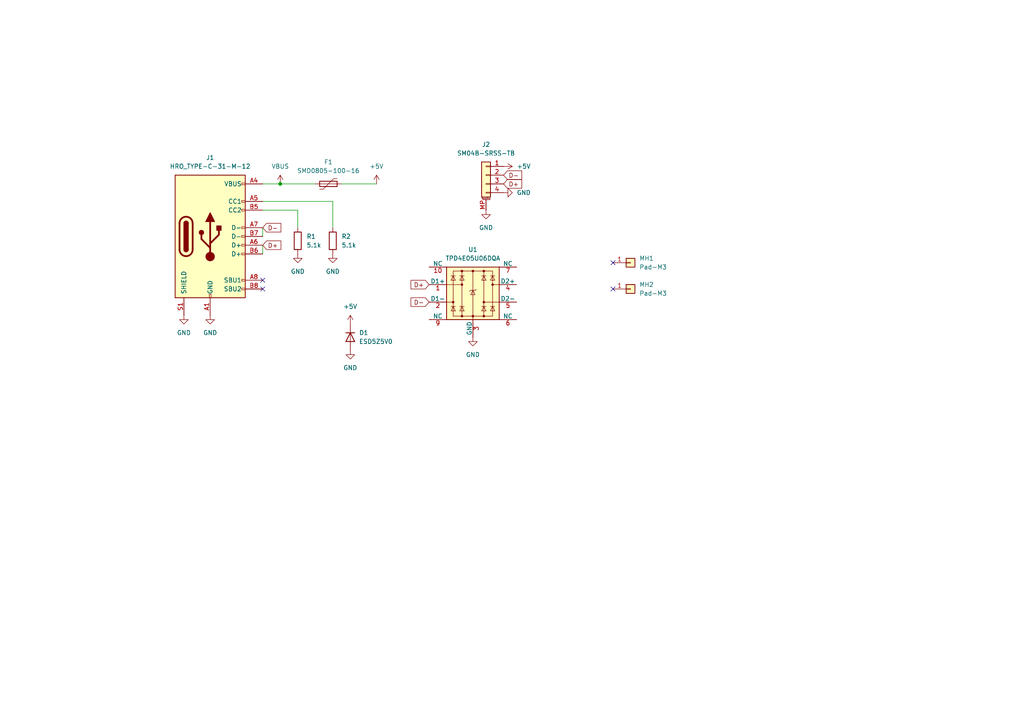
<source format=kicad_sch>
(kicad_sch (version 20250114) (generator "eeschema") (generator_version "9.0")
  (paper "A4")
  (lib_symbols
    (symbol "Connector:USB_C_Receptacle_USB2.0_16P" (pin_names (offset 1.016))
      (property "Reference" "J" (at 0 22.225 0))
      (property "Value" "USB_C_Receptacle_USB2.0_16P" (at 0 19.685 0))
      (symbol "USB_C_Receptacle_USB2.0_16P_0_0"
        (rectangle (start -0.254 -17.78) (end 0.254 -16.764))
        (rectangle (start 10.16 15.494) (end 9.144 14.986))
        (rectangle (start 10.16 10.414) (end 9.144 9.906))
        (rectangle (start 10.16 7.874) (end 9.144 7.366))
        (rectangle (start 10.16 2.794) (end 9.144 2.286))
        (rectangle (start 10.16 0.254) (end 9.144 -0.254))
        (rectangle (start 10.16 -2.286) (end 9.144 -2.794))
        (rectangle (start 10.16 -4.826) (end 9.144 -5.334))
        (rectangle (start 10.16 -12.446) (end 9.144 -12.954))
        (rectangle (start 10.16 -14.986) (end 9.144 -15.494))
      )
      (symbol "USB_C_Receptacle_USB2.0_16P_0_1"
        (rectangle (start -10.16 17.78) (end 10.16 -17.78) (stroke (width 0.254)) (fill (type background)))
        (polyline (pts (xy -8.89 -3.81) (xy -8.89 3.81)) (stroke (width 0.508)))
        (rectangle (start -7.62 -3.81) (end -6.35 3.81) (stroke (width 0.254)) (fill (type outline)))
        (arc (start -7.62 3.81) (mid -6.985 4.4423) (end -6.35 3.81) (stroke (width 0.254)))
        (arc (start -7.62 3.81) (mid -6.985 4.4423) (end -6.35 3.81) (stroke (width 0.254)) (fill (type outline)))
        (arc (start -8.89 3.81) (mid -6.985 5.7067) (end -5.08 3.81) (stroke (width 0.508)))
        (arc (start -5.08 -3.81) (mid -6.985 -5.7067) (end -8.89 -3.81) (stroke (width 0.508)))
        (arc (start -6.35 -3.81) (mid -6.985 -4.4423) (end -7.62 -3.81) (stroke (width 0.254)))
        (arc (start -6.35 -3.81) (mid -6.985 -4.4423) (end -7.62 -3.81) (stroke (width 0.254)) (fill (type outline)))
        (polyline (pts (xy -5.08 3.81) (xy -5.08 -3.81)) (stroke (width 0.508)))
        (circle (center -2.54 1.143) (radius 0.635) (stroke (width 0.254)) (fill (type outline)))
        (polyline (pts (xy -1.27 4.318) (xy 0 6.858) (xy 1.27 4.318) (xy -1.27 4.318)) (stroke (width 0.254)) (fill (type outline)))
        (polyline (pts (xy 0 -2.032) (xy 2.54 0.508) (xy 2.54 1.778)) (stroke (width 0.508)))
        (polyline (pts (xy 0 -3.302) (xy -2.54 -0.762) (xy -2.54 0.508)) (stroke (width 0.508)))
        (polyline (pts (xy 0 -5.842) (xy 0 4.318)) (stroke (width 0.508)))
        (circle (center 0 -5.842) (radius 1.27) (fill (type outline)))
        (rectangle (start 1.905 1.778) (end 3.175 3.048) (stroke (width 0.254)) (fill (type outline)))
      )
      (symbol "USB_C_Receptacle_USB2.0_16P_1_1"
        (pin passive line (at -7.62 -22.86 90) (length 5.08) (name "SHIELD") (number "S1"))
        (pin passive line (at 0 -22.86 90) (length 5.08) (name "GND") (number "A1"))
        (pin passive line (at 0 -22.86 90) (length 5.08) (hide yes) (name "GND") (number "A12"))
        (pin passive line (at 0 -22.86 90) (length 5.08) (hide yes) (name "GND") (number "B1"))
        (pin passive line (at 0 -22.86 90) (length 5.08) (hide yes) (name "GND") (number "B12"))
        (pin passive line (at 15.24 15.24 180) (length 5.08) (name "VBUS") (number "A4"))
        (pin passive line (at 15.24 15.24 180) (length 5.08) (hide yes) (name "VBUS") (number "A9"))
        (pin passive line (at 15.24 15.24 180) (length 5.08) (hide yes) (name "VBUS") (number "B4"))
        (pin passive line (at 15.24 15.24 180) (length 5.08) (hide yes) (name "VBUS") (number "B9"))
        (pin bidirectional line (at 15.24 10.16 180) (length 5.08) (name "CC1") (number "A5"))
        (pin bidirectional line (at 15.24 7.62 180) (length 5.08) (name "CC2") (number "B5"))
        (pin bidirectional line (at 15.24 2.54 180) (length 5.08) (name "D-") (number "A7"))
        (pin bidirectional line (at 15.24 0 180) (length 5.08) (name "D-") (number "B7"))
        (pin bidirectional line (at 15.24 -2.54 180) (length 5.08) (name "D+") (number "A6"))
        (pin bidirectional line (at 15.24 -5.08 180) (length 5.08) (name "D+") (number "B6"))
        (pin bidirectional line (at 15.24 -12.7 180) (length 5.08) (name "SBU1") (number "A8"))
        (pin bidirectional line (at 15.24 -15.24 180) (length 5.08) (name "SBU2") (number "B8"))
      )
    )
    (symbol "Connector_Generic:Conn_01x01" (pin_names (offset 1.016) (hide yes))
      (property "Reference" "J" (at 0 2.54 0))
      (property "Value" "Conn_01x01" (at 0 -2.54 0))
      (symbol "Conn_01x01_1_1"
        (rectangle (start -1.27 1.27) (end 1.27 -1.27) (stroke (width 0.254)) (fill (type background)))
        (rectangle (start -1.27 0.127) (end 0 -0.127) (stroke (width 0.1524)))
        (pin passive line (at -5.08 0 0) (length 3.81) (name "Pin_1") (number "1"))
      )
    )
    (symbol "Connector_Generic_MountingPin:Conn_01x04_MountingPin" (pin_names (offset 1.016) (hide yes))
      (property "Reference" "J" (at 0 5.08 0))
      (property "Value" "Conn_01x04_MountingPin" (at 1.27 -7.62 0))
      (symbol "Conn_01x04_MountingPin_1_1"
        (rectangle (start -1.27 3.81) (end 1.27 -6.35) (stroke (width 0.254)) (fill (type background)))
        (rectangle (start -1.27 2.667) (end 0 2.413) (stroke (width 0.1524)))
        (rectangle (start -1.27 0.127) (end 0 -0.127) (stroke (width 0.1524)))
        (rectangle (start -1.27 -2.413) (end 0 -2.667) (stroke (width 0.1524)))
        (rectangle (start -1.27 -4.953) (end 0 -5.207) (stroke (width 0.1524)))
        (polyline (pts (xy -1.016 -7.112) (xy 1.016 -7.112)) (stroke (width 0.1524)))
        (text "Mounting" (at 0 -6.731 0) (effects (font (size 0.381 0.381))))
        (pin passive line (at -5.08 2.54 0) (length 3.81) (name "Pin_1") (number "1"))
        (pin passive line (at -5.08 0 0) (length 3.81) (name "Pin_2") (number "2"))
        (pin passive line (at -5.08 -2.54 0) (length 3.81) (name "Pin_3") (number "3"))
        (pin passive line (at -5.08 -5.08 0) (length 3.81) (name "Pin_4") (number "4"))
        (pin passive line (at 0 -10.16 90) (length 3.048) (name "MountPin") (number "MP"))
      )
    )
    (symbol "Device:D" (pin_numbers (hide yes)) (pin_names (offset 1.016) (hide yes))
      (property "Reference" "D" (at 0 2.54 0))
      (property "Value" "D" (at 0 -2.54 0))
      (symbol "D_0_1"
        (polyline (pts (xy -1.27 1.27) (xy -1.27 -1.27)) (stroke (width 0.254)))
        (polyline (pts (xy 1.27 1.27) (xy 1.27 -1.27) (xy -1.27 0) (xy 1.27 1.27)) (stroke (width 0.254)))
        (polyline (pts (xy 1.27 0) (xy -1.27 0)))
      )
      (symbol "D_1_1"
        (pin passive line (at -3.81 0 0) (length 2.54) (name "K") (number "1"))
        (pin passive line (at 3.81 0 180) (length 2.54) (name "A") (number "2"))
      )
    )
    (symbol "Device:Polyfuse" (pin_numbers (hide yes)) (pin_names (offset 0))
      (property "Reference" "F" (at -2.54 0 90))
      (property "Value" "Polyfuse" (at 2.54 0 90))
      (symbol "Polyfuse_0_1"
        (polyline (pts (xy -1.524 2.54) (xy -1.524 1.524) (xy 1.524 -1.524) (xy 1.524 -2.54)))
        (rectangle (start -0.762 2.54) (end 0.762 -2.54) (stroke (width 0.254)))
        (polyline (pts (xy 0 2.54) (xy 0 -2.54)))
      )
      (symbol "Polyfuse_1_1"
        (pin passive line (at 0 3.81 270) (length 1.27) (name "~") (number "1"))
        (pin passive line (at 0 -3.81 90) (length 1.27) (name "~") (number "2"))
      )
    )
    (symbol "Device:R" (pin_numbers (hide yes)) (pin_names (offset 0))
      (property "Reference" "R" (at 2.032 0 90))
      (property "Value" "R" (at 0 0 90))
      (symbol "R_0_1"
        (rectangle (start -1.016 -2.54) (end 1.016 2.54) (stroke (width 0.254)))
      )
      (symbol "R_1_1"
        (pin passive line (at 0 3.81 270) (length 1.27) (name "~") (number "1"))
        (pin passive line (at 0 -3.81 90) (length 1.27) (name "~") (number "2"))
      )
    )
    (symbol "Power_Protection:TPD4E05U06DQA" (pin_names (offset 0))
      (property "Reference" "U" (at -0.635 8.89 0))
      (property "Value" "TPD4E05U06DQA" (at 1.905 -10.16 0))
      (symbol "TPD4E05U06DQA_0_0"
        (rectangle (start -5.715 6.477) (end 5.715 -6.604))
        (polyline (pts (xy -3.175 -6.604) (xy -3.175 6.477)))
        (polyline (pts (xy 0 6.477) (xy 0 -6.604)))
        (polyline (pts (xy 3.175 6.477) (xy 3.175 -6.604)))
      )
      (symbol "TPD4E05U06DQA_0_1"
        (polyline (pts (xy -7.747 2.54) (xy -3.175 2.54)))
        (rectangle (start -7.62 7.62) (end 7.62 -7.62) (stroke (width 0.254)) (fill (type background)))
        (polyline (pts (xy -7.62 -2.54) (xy -5.715 -2.54)))
        (circle (center -5.715 -2.54) (radius 0.2794) (fill (type outline)))
        (polyline (pts (xy -5.08 5.08) (xy -6.35 5.08)))
        (polyline (pts (xy -5.08 3.81) (xy -6.35 3.81) (xy -5.715 5.08) (xy -5.08 3.81)))
        (polyline (pts (xy -5.08 -3.81) (xy -6.35 -3.81)))
        (polyline (pts (xy -5.08 -5.08) (xy -6.35 -5.08) (xy -5.715 -3.81) (xy -5.08 -5.08)))
        (circle (center -3.175 6.477) (radius 0.2794) (fill (type outline)))
        (circle (center -3.175 2.54) (radius 0.2794) (fill (type outline)))
        (circle (center -3.175 -6.604) (radius 0.2794) (fill (type outline)))
        (polyline (pts (xy -2.54 5.08) (xy -3.81 5.08)))
        (polyline (pts (xy -2.54 3.81) (xy -3.81 3.81) (xy -3.175 5.08) (xy -2.54 3.81)))
        (polyline (pts (xy -2.54 -3.81) (xy -3.81 -3.81)))
        (polyline (pts (xy -2.54 -5.08) (xy -3.81 -5.08) (xy -3.175 -3.81) (xy -2.54 -5.08)))
        (polyline (pts (xy -0.635 0.889) (xy -1.016 0.635)))
        (circle (center 0 6.477) (radius 0.2794) (fill (type outline)))
        (polyline (pts (xy 0 -6.604) (xy 0 -7.62)))
        (circle (center 0 -6.604) (radius 0.2794) (fill (type outline)))
        (polyline (pts (xy 0.635 0.889) (xy -0.635 0.889)))
        (polyline (pts (xy 0.635 0.889) (xy 1.016 1.143)))
        (polyline (pts (xy 0.635 -0.381) (xy -0.635 -0.381) (xy 0 0.889) (xy 0.635 -0.381)))
        (circle (center 3.175 6.477) (radius 0.2794) (fill (type outline)))
        (circle (center 3.175 -2.54) (radius 0.2794) (fill (type outline)))
        (circle (center 3.175 -6.604) (radius 0.2794) (fill (type outline)))
        (polyline (pts (xy 3.81 5.08) (xy 2.54 5.08)))
        (polyline (pts (xy 3.81 3.81) (xy 2.54 3.81) (xy 3.175 5.08) (xy 3.81 3.81)))
        (polyline (pts (xy 3.81 -3.81) (xy 2.54 -3.81)))
        (polyline (pts (xy 3.81 -5.08) (xy 2.54 -5.08) (xy 3.175 -3.81) (xy 3.81 -5.08)))
        (circle (center 5.715 2.54) (radius 0.2794) (fill (type outline)))
        (polyline (pts (xy 6.35 5.08) (xy 5.08 5.08)))
        (polyline (pts (xy 6.35 3.81) (xy 5.08 3.81) (xy 5.715 5.08) (xy 6.35 3.81)))
        (polyline (pts (xy 6.35 -3.81) (xy 5.08 -3.81)))
        (polyline (pts (xy 6.35 -5.08) (xy 5.08 -5.08) (xy 5.715 -3.81) (xy 6.35 -5.08)))
        (polyline (pts (xy 7.62 2.54) (xy 5.715 2.54)))
        (polyline (pts (xy 7.62 -2.54) (xy 3.175 -2.54)))
      )
      (symbol "TPD4E05U06DQA_1_1"
        (pin free line (at -12.7 7.62 0) (length 5.08) (name "NC") (number "10"))
        (pin passive line (at -12.7 2.54 0) (length 5.08) (name "D1+") (number "1"))
        (pin passive line (at -12.7 -2.54 0) (length 5.08) (name "D1-") (number "2"))
        (pin free line (at -12.7 -7.62 0) (length 5.08) (name "NC") (number "9"))
        (pin power_in line (at 0 -12.7 90) (length 5.08) (name "GND") (number "3"))
        (pin passive line (at 0 -12.7 90) (length 5.08) (hide yes) (name "GND") (number "8"))
        (pin free line (at 12.7 7.62 180) (length 5.08) (name "NC") (number "7"))
        (pin passive line (at 12.7 2.54 180) (length 5.08) (name "D2+") (number "4"))
        (pin passive line (at 12.7 -2.54 180) (length 5.08) (name "D2-") (number "5"))
        (pin free line (at 12.7 -7.62 180) (length 5.08) (name "NC") (number "6"))
      )
    )
    (symbol "power:+5V" (power) (pin_numbers (hide yes)) (pin_names (offset 0) (hide yes))
      (property "Value" "+5V" (at 0 3.556 0))
      (symbol "+5V_0_1"
        (polyline (pts (xy -0.762 1.27) (xy 0 2.54)))
        (polyline (pts (xy 0 2.54) (xy 0.762 1.27)))
        (polyline (pts (xy 0 0) (xy 0 2.54)))
      )
      (symbol "+5V_1_1"
        (pin power_in line (at 0 0 90) (length 0) (name "~") (number "1"))
      )
    )
    (symbol "power:GND" (power) (pin_numbers (hide yes)) (pin_names (offset 0) (hide yes))
      (property "Value" "GND" (at 0 -3.81 0))
      (symbol "GND_0_1"
        (polyline (pts (xy 0 0) (xy 0 -1.27) (xy 1.27 -1.27) (xy 0 -2.54) (xy -1.27 -1.27) (xy 0 -1.27)))
      )
      (symbol "GND_1_1"
        (pin power_in line (at 0 0 270) (length 0) (name "~") (number "1"))
      )
    )
    (symbol "power:VBUS" (power) (pin_numbers (hide yes)) (pin_names (offset 0) (hide yes))
      (property "Value" "VBUS" (at 0 3.556 0))
      (symbol "VBUS_0_1"
        (polyline (pts (xy -0.762 1.27) (xy 0 2.54)))
        (polyline (pts (xy 0 2.54) (xy 0.762 1.27)))
        (polyline (pts (xy 0 0) (xy 0 2.54)))
      )
      (symbol "VBUS_1_1"
        (pin power_in line (at 0 0 90) (length 0) (name "~") (number "1"))
      )
    )
  )
  (junction (at 81.28 53.34))
  (no_connect (at 177.8 76.2))
  (no_connect (at 76.2 83.82))
  (no_connect (at 76.2 81.28))
  (no_connect (at 177.8 83.82))
  (wire (pts (xy 86.36 60.96) (xy 86.36 66.04)))
  (wire (pts (xy 96.52 66.04) (xy 96.52 58.42)))
  (wire (pts (xy 76.2 66.04) (xy 76.2 68.58)))
  (wire (pts (xy 76.2 60.96) (xy 86.36 60.96)))
  (wire (pts (xy 76.2 53.34) (xy 81.28 53.34)))
  (wire (pts (xy 96.52 58.42) (xy 76.2 58.42)))
  (wire (pts (xy 99.06 53.34) (xy 109.22 53.34)))
  (wire (pts (xy 76.2 71.12) (xy 76.2 73.66)))
  (wire (pts (xy 81.28 53.34) (xy 91.44 53.34)))
  (global_label "D-" (shape input) (at 76.2 66.04 0) (property "Intersheetrefs" "${INTERSHEET_REFS}" (effects (hide yes))))
  (global_label "D+" (shape input) (at 146.05 53.34 0) (property "Intersheetrefs" "${INTERSHEET_REFS}" (effects (hide yes))))
  (global_label "D-" (shape input) (at 124.46 87.63 180) (property "Intersheetrefs" "${INTERSHEET_REFS}" (effects (hide yes))))
  (global_label "D+" (shape input) (at 124.46 82.55 180) (property "Intersheetrefs" "${INTERSHEET_REFS}" (effects (hide yes))))
  (global_label "D-" (shape input) (at 146.05 50.8 0) (property "Intersheetrefs" "${INTERSHEET_REFS}" (effects (hide yes))))
  (global_label "D+" (shape input) (at 76.2 71.12 0) (property "Intersheetrefs" "${INTERSHEET_REFS}" (effects (hide yes))))
  (symbol (lib_id "power:+5V") (at 146.05 48.26 270) (unit 1)
    (property "Reference" "#PWR08" (effects (hide yes)))
    (property "Value" "+5V" (at 149.86 48.2599 90) (effects (justify left)))
    (property "Description" "Power symbol creates a global label with name \"+5V\"" (effects (hide yes)))
  )
  (symbol (lib_id "power:GND") (at 137.16 97.79 0) (unit 1)
    (property "Reference" "#PWR02" (effects (hide yes)))
    (property "Value" "GND" (at 137.16 102.87 0))
    (property "Description" "Power symbol creates a global label with name \"GND\" , ground" (effects (hide yes)))
  )
  (symbol (lib_id "power:GND") (at 140.97 60.96 0) (unit 1)
    (property "Reference" "#PWR010" (effects (hide yes)))
    (property "Value" "GND" (at 140.97 66.04 0))
    (property "Description" "Power symbol creates a global label with name \"GND\" , ground" (effects (hide yes)))
  )
  (symbol (lib_id "power:GND") (at 96.52 73.66 0) (unit 1)
    (property "Reference" "#PWR06" (effects (hide yes)))
    (property "Value" "GND" (at 96.52 78.74 0))
    (property "Description" "Power symbol creates a global label with name \"GND\" , ground" (effects (hide yes)))
  )
  (symbol (lib_id "power:+5V") (at 109.22 53.34 0) (unit 1)
    (property "Reference" "#PWR07" (effects (hide yes)))
    (property "Value" "+5V" (at 109.22 48.26 0))
    (property "Description" "Power symbol creates a global label with name \"+5V\"" (effects (hide yes)))
  )
  (symbol (lib_id "Device:Polyfuse") (at 95.25 53.34 90) (unit 1)
    (property "Reference" "F1" (at 95.25 46.99 90))
    (property "Value" "SMD0805-100-16" (at 95.25 49.53 90))
    (property "Footprint" "Fuse:Fuse_0805_2012Metric" (effects (hide yes)))
    (property "Description" "Polyfuse, 16V 1A, 0805" (effects (hide yes)))
  )
  (symbol (lib_id "Device:R") (at 96.52 69.85 0) (unit 1)
    (property "Reference" "R2" (at 99.06 68.5799 0) (effects (justify left)))
    (property "Value" "5.1k" (at 99.06 71.1199 0) (effects (justify left)))
    (property "Footprint" "Resistor_SMD:R_0603_1608Metric" (effects (hide yes)))
    (property "Description" "Resistor" (effects (hide yes)))
  )
  (symbol (lib_id "power:GND") (at 60.96 91.44 0) (unit 1)
    (property "Reference" "#PWR03" (effects (hide yes)))
    (property "Value" "GND" (at 60.96 96.52 0))
    (property "Description" "Power symbol creates a global label with name \"GND\" , ground" (effects (hide yes)))
  )
  (symbol (lib_id "power:GND") (at 86.36 73.66 0) (unit 1)
    (property "Reference" "#PWR05" (effects (hide yes)))
    (property "Value" "GND" (at 86.36 78.74 0))
    (property "Description" "Power symbol creates a global label with name \"GND\" , ground" (effects (hide yes)))
  )
  (symbol (lib_id "Connector_Generic:Conn_01x01") (at 182.88 76.2 0) (unit 1) (in_bom no)
    (property "Reference" "MH1" (at 185.42 74.9299 0) (effects (justify left)))
    (property "Value" "Pad-M3" (at 185.42 77.4699 0) (effects (justify left)))
    (property "Footprint" "locallib:MountingHole-M3-Simple" (effects (hide yes)))
    (property "Description" "Generic connector, single row, 01x01, script generated (kicad-library-utils/schlib/autogen/connector/)" (effects (hide yes)))
  )
  (symbol (lib_id "Device:D") (at 101.6 97.79 270) (unit 1)
    (property "Reference" "D1" (at 104.14 96.5199 90) (effects (justify left)))
    (property "Value" "ESD5Z5V0" (at 104.14 99.0599 90) (effects (justify left)))
    (property "Footprint" "Diode_SMD:D_SOD-523" (effects (hide yes)))
    (property "Description" "Diode" (effects (hide yes)))
    (property "Sim.Device" "D" (effects (hide yes)))
    (property "Sim.Pins" "1=K 2=A" (effects (hide yes)))
  )
  (symbol (lib_id "Connector:USB_C_Receptacle_USB2.0_16P") (at 60.96 68.58 0) (unit 1)
    (property "Reference" "J1" (at 60.96 45.72 0))
    (property "Value" "HRO_TYPE-C-31-M-12" (at 60.96 48.26 0))
    (property "Footprint" "locallib:HRO-TYPE-C-31-M-12-Assembly" (effects (hide yes)))
    (property "Datasheet" "https://www.usb.org/sites/default/files/documents/usb_type-c.zip" (effects (hide yes)))
    (property "Description" "USB 2.0-only 16P Type-C Receptacle connector" (effects (hide yes)))
  )
  (symbol (lib_id "Device:R") (at 86.36 69.85 0) (unit 1)
    (property "Reference" "R1" (at 88.9 68.5799 0) (effects (justify left)))
    (property "Value" "5.1k" (at 88.9 71.1199 0) (effects (justify left)))
    (property "Footprint" "Resistor_SMD:R_0603_1608Metric" (effects (hide yes)))
    (property "Description" "Resistor" (effects (hide yes)))
  )
  (symbol (lib_id "power:GND") (at 101.6 101.6 0) (unit 1)
    (property "Reference" "#PWR013" (effects (hide yes)))
    (property "Value" "GND" (at 101.6 106.68 0))
    (property "Description" "Power symbol creates a global label with name \"GND\" , ground" (effects (hide yes)))
  )
  (symbol (lib_id "Connector_Generic:Conn_01x01") (at 182.88 83.82 0) (unit 1) (in_bom no)
    (property "Reference" "MH2" (at 185.42 82.5499 0) (effects (justify left)))
    (property "Value" "Pad-M3" (at 185.42 85.0899 0) (effects (justify left)))
    (property "Footprint" "locallib:MountingHole-M3-Simple" (effects (hide yes)))
    (property "Description" "Generic connector, single row, 01x01, script generated (kicad-library-utils/schlib/autogen/connector/)" (effects (hide yes)))
  )
  (symbol (lib_id "Power_Protection:TPD4E05U06DQA") (at 137.16 85.09 0) (unit 1)
    (property "Reference" "U1" (at 137.16 72.39 0))
    (property "Value" "TPD4E05U06DQA" (at 137.16 74.93 0))
    (property "Footprint" "Package_SON:USON-10_2.5x1.0mm_P0.5mm" (effects (hide yes)))
    (property "Datasheet" "https://www.ti.com/lit/ds/symlink/tpd4e05u06.pdf" (effects (hide yes)))
    (property "Description" "4-Channel ESD Protection for Super-Speed USB 3.0 Interface, USON-10" (effects (hide yes)))
  )
  (symbol (lib_id "power:+5V") (at 101.6 93.98 0) (unit 1)
    (property "Reference" "#PWR012" (effects (hide yes)))
    (property "Value" "+5V" (at 101.6 88.9 0))
    (property "Description" "Power symbol creates a global label with name \"+5V\"" (effects (hide yes)))
  )
  (symbol (lib_id "power:GND") (at 53.34 91.44 0) (unit 1)
    (property "Reference" "#PWR04" (effects (hide yes)))
    (property "Value" "GND" (at 53.34 96.52 0))
    (property "Description" "Power symbol creates a global label with name \"GND\" , ground" (effects (hide yes)))
  )
  (symbol (lib_id "power:VBUS") (at 81.28 53.34 0) (unit 1)
    (property "Reference" "#PWR01" (effects (hide yes)))
    (property "Value" "VBUS" (at 81.28 48.26 0))
    (property "Description" "Power symbol creates a global label with name \"VBUS\"" (effects (hide yes)))
  )
  (symbol (lib_id "Connector_Generic_MountingPin:Conn_01x04_MountingPin") (at 140.97 50.8 0) (mirror y) (unit 1)
    (property "Reference" "J2" (at 140.97 41.91 0))
    (property "Value" "SM04B-SRSS-TB" (at 140.97 44.45 0))
    (property "Footprint" "Connector_JST:JST_SH_SM04B-SRSS-TB_1x04-1MP_P1.00mm_Horizontal" (effects (hide yes)))
    (property "Description" "JST-SH SM04B-SRSS-TB" (effects (hide yes)))
  )
  (symbol (lib_id "power:GND") (at 146.05 55.88 90) (unit 1)
    (property "Reference" "#PWR09" (effects (hide yes)))
    (property "Value" "GND" (at 149.86 55.8799 90) (effects (justify right)))
    (property "Description" "Power symbol creates a global label with name \"GND\" , ground" (effects (hide yes)))
  )
)
</source>
